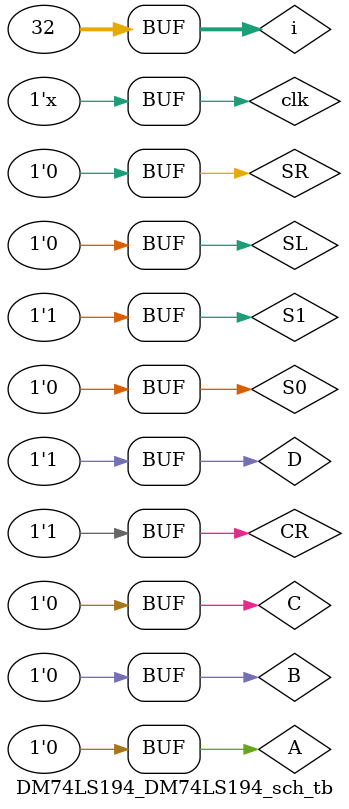
<source format=v>

`timescale 1ns / 1ps

module DM74LS194_DM74LS194_sch_tb();

// Inputs
   reg CR;
   reg clk;
   reg SR;
   reg S1;
   reg S0;
   reg SL;
   reg A;
   reg B;
   reg C;
   reg D;

// Output
   wire QA;
   wire QB;
   wire QC;
   wire QD;

// Bidirs

// Instantiate the UUT
   DM74LS194 UUT (
		.CR(CR), 
		.clk(clk), 
		.QA(QA), 
		.QB(QB), 
		.QC(QC), 
		.QD(QD), 
		.SR(SR), 
		.S1(S1), 
		.S0(S0), 
		.SL(SL), 
		.A(A), 
		.B(B), 
		.C(C), 
		.D(D)
   );
// Initialize Inputs
//   `ifdef auto_init
		integer i;
	initial begin
		clk = 0;
		CR = 0;
		S1 = 0;
		S0 = 0;
		A = 0;
		B = 0;
		C = 0;
		D = 0;
		SL = 0;
		SR = 0;

		// Wait 100 ns for global reset to finish
		#100;
      SR=1;
		SL=0;
		S0=1;
		CR=1;
		S1=0;
		#200;
		CR=0;
		#40;
		CR=1;
		S1=1;
		S0=0;
		SL=1;
		#100;
		A=1;
		S0=1;
		SR=0;
		SL=0;
		#60;
		S1=0;
		S0=0;
		#50;
		S0=1;
		#70;
		S1=1;
		A=0;
		D=1;
		#40;
		S0=0;
		#100;
		// Add stimulus here
		
	end
   always @*
		for(i=0;i<32;i=i+1)begin
		#20;
			clk<=~clk;
		end   
      
//   `endif
endmodule

</source>
